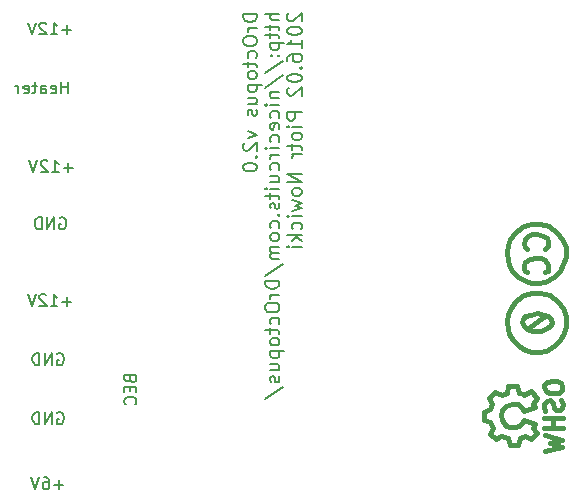
<source format=gbo>
G04 #@! TF.FileFunction,Legend,Bot*
%FSLAX46Y46*%
G04 Gerber Fmt 4.6, Leading zero omitted, Abs format (unit mm)*
G04 Created by KiCad (PCBNEW 4.0.0-rc1-stable) date 2016-02-04 20:32:03*
%MOMM*%
G01*
G04 APERTURE LIST*
%ADD10C,0.100000*%
%ADD11C,0.200000*%
%ADD12C,0.152000*%
%ADD13C,0.381000*%
%ADD14R,2.000000X1.600000*%
%ADD15O,2.000000X1.600000*%
%ADD16R,1.600000X2.000000*%
%ADD17O,1.600000X2.000000*%
%ADD18C,7.700000*%
%ADD19C,0.850000*%
%ADD20R,1.600000X1.600000*%
%ADD21O,1.600000X1.600000*%
%ADD22R,1.500000X1.500000*%
%ADD23O,1.500000X1.500000*%
%ADD24R,2.800000X2.500000*%
%ADD25O,2.800000X2.500000*%
%ADD26C,0.254000*%
G04 APERTURE END LIST*
D10*
D11*
X71687857Y-51720714D02*
X70487857Y-51720714D01*
X70487857Y-52006429D01*
X70545000Y-52177857D01*
X70659286Y-52292143D01*
X70773571Y-52349286D01*
X71002143Y-52406429D01*
X71173571Y-52406429D01*
X71402143Y-52349286D01*
X71516429Y-52292143D01*
X71630714Y-52177857D01*
X71687857Y-52006429D01*
X71687857Y-51720714D01*
X71687857Y-52920714D02*
X70887857Y-52920714D01*
X71116429Y-52920714D02*
X71002143Y-52977857D01*
X70945000Y-53035000D01*
X70887857Y-53149286D01*
X70887857Y-53263571D01*
X70487857Y-53892143D02*
X70487857Y-54120714D01*
X70545000Y-54235000D01*
X70659286Y-54349286D01*
X70887857Y-54406428D01*
X71287857Y-54406428D01*
X71516429Y-54349286D01*
X71630714Y-54235000D01*
X71687857Y-54120714D01*
X71687857Y-53892143D01*
X71630714Y-53777857D01*
X71516429Y-53663571D01*
X71287857Y-53606428D01*
X70887857Y-53606428D01*
X70659286Y-53663571D01*
X70545000Y-53777857D01*
X70487857Y-53892143D01*
X71630714Y-55435000D02*
X71687857Y-55320714D01*
X71687857Y-55092143D01*
X71630714Y-54977857D01*
X71573571Y-54920714D01*
X71459286Y-54863571D01*
X71116429Y-54863571D01*
X71002143Y-54920714D01*
X70945000Y-54977857D01*
X70887857Y-55092143D01*
X70887857Y-55320714D01*
X70945000Y-55435000D01*
X70887857Y-55777857D02*
X70887857Y-56235000D01*
X70487857Y-55949285D02*
X71516429Y-55949285D01*
X71630714Y-56006428D01*
X71687857Y-56120714D01*
X71687857Y-56235000D01*
X71687857Y-56806428D02*
X71630714Y-56692142D01*
X71573571Y-56634999D01*
X71459286Y-56577856D01*
X71116429Y-56577856D01*
X71002143Y-56634999D01*
X70945000Y-56692142D01*
X70887857Y-56806428D01*
X70887857Y-56977856D01*
X70945000Y-57092142D01*
X71002143Y-57149285D01*
X71116429Y-57206428D01*
X71459286Y-57206428D01*
X71573571Y-57149285D01*
X71630714Y-57092142D01*
X71687857Y-56977856D01*
X71687857Y-56806428D01*
X70887857Y-57720713D02*
X72087857Y-57720713D01*
X70945000Y-57720713D02*
X70887857Y-57834999D01*
X70887857Y-58063570D01*
X70945000Y-58177856D01*
X71002143Y-58234999D01*
X71116429Y-58292142D01*
X71459286Y-58292142D01*
X71573571Y-58234999D01*
X71630714Y-58177856D01*
X71687857Y-58063570D01*
X71687857Y-57834999D01*
X71630714Y-57720713D01*
X70887857Y-59320713D02*
X71687857Y-59320713D01*
X70887857Y-58806427D02*
X71516429Y-58806427D01*
X71630714Y-58863570D01*
X71687857Y-58977856D01*
X71687857Y-59149284D01*
X71630714Y-59263570D01*
X71573571Y-59320713D01*
X71630714Y-59834998D02*
X71687857Y-59949284D01*
X71687857Y-60177856D01*
X71630714Y-60292141D01*
X71516429Y-60349284D01*
X71459286Y-60349284D01*
X71345000Y-60292141D01*
X71287857Y-60177856D01*
X71287857Y-60006427D01*
X71230714Y-59892141D01*
X71116429Y-59834998D01*
X71059286Y-59834998D01*
X70945000Y-59892141D01*
X70887857Y-60006427D01*
X70887857Y-60177856D01*
X70945000Y-60292141D01*
X70887857Y-61663571D02*
X71687857Y-61949285D01*
X70887857Y-62234999D01*
X70602143Y-62634999D02*
X70545000Y-62692142D01*
X70487857Y-62806428D01*
X70487857Y-63092142D01*
X70545000Y-63206428D01*
X70602143Y-63263571D01*
X70716429Y-63320714D01*
X70830714Y-63320714D01*
X71002143Y-63263571D01*
X71687857Y-62577857D01*
X71687857Y-63320714D01*
X71573571Y-63834999D02*
X71630714Y-63892142D01*
X71687857Y-63834999D01*
X71630714Y-63777856D01*
X71573571Y-63834999D01*
X71687857Y-63834999D01*
X70487857Y-64635000D02*
X70487857Y-64749285D01*
X70545000Y-64863571D01*
X70602143Y-64920714D01*
X70716429Y-64977857D01*
X70945000Y-65035000D01*
X71230714Y-65035000D01*
X71459286Y-64977857D01*
X71573571Y-64920714D01*
X71630714Y-64863571D01*
X71687857Y-64749285D01*
X71687857Y-64635000D01*
X71630714Y-64520714D01*
X71573571Y-64463571D01*
X71459286Y-64406428D01*
X71230714Y-64349285D01*
X70945000Y-64349285D01*
X70716429Y-64406428D01*
X70602143Y-64463571D01*
X70545000Y-64520714D01*
X70487857Y-64635000D01*
X73567857Y-51720714D02*
X72367857Y-51720714D01*
X73567857Y-52235000D02*
X72939286Y-52235000D01*
X72825000Y-52177857D01*
X72767857Y-52063571D01*
X72767857Y-51892143D01*
X72825000Y-51777857D01*
X72882143Y-51720714D01*
X72767857Y-52635000D02*
X72767857Y-53092143D01*
X72367857Y-52806428D02*
X73396429Y-52806428D01*
X73510714Y-52863571D01*
X73567857Y-52977857D01*
X73567857Y-53092143D01*
X72767857Y-53320714D02*
X72767857Y-53777857D01*
X72367857Y-53492142D02*
X73396429Y-53492142D01*
X73510714Y-53549285D01*
X73567857Y-53663571D01*
X73567857Y-53777857D01*
X72767857Y-54177856D02*
X73967857Y-54177856D01*
X72825000Y-54177856D02*
X72767857Y-54292142D01*
X72767857Y-54520713D01*
X72825000Y-54634999D01*
X72882143Y-54692142D01*
X72996429Y-54749285D01*
X73339286Y-54749285D01*
X73453571Y-54692142D01*
X73510714Y-54634999D01*
X73567857Y-54520713D01*
X73567857Y-54292142D01*
X73510714Y-54177856D01*
X73453571Y-55263570D02*
X73510714Y-55320713D01*
X73567857Y-55263570D01*
X73510714Y-55206427D01*
X73453571Y-55263570D01*
X73567857Y-55263570D01*
X72825000Y-55263570D02*
X72882143Y-55320713D01*
X72939286Y-55263570D01*
X72882143Y-55206427D01*
X72825000Y-55263570D01*
X72939286Y-55263570D01*
X72310714Y-56692142D02*
X73853571Y-55663571D01*
X72310714Y-57949285D02*
X73853571Y-56920714D01*
X72767857Y-58349285D02*
X73567857Y-58349285D01*
X72882143Y-58349285D02*
X72825000Y-58406428D01*
X72767857Y-58520714D01*
X72767857Y-58692142D01*
X72825000Y-58806428D01*
X72939286Y-58863571D01*
X73567857Y-58863571D01*
X73567857Y-59434999D02*
X72767857Y-59434999D01*
X72367857Y-59434999D02*
X72425000Y-59377856D01*
X72482143Y-59434999D01*
X72425000Y-59492142D01*
X72367857Y-59434999D01*
X72482143Y-59434999D01*
X73510714Y-60520714D02*
X73567857Y-60406428D01*
X73567857Y-60177857D01*
X73510714Y-60063571D01*
X73453571Y-60006428D01*
X73339286Y-59949285D01*
X72996429Y-59949285D01*
X72882143Y-60006428D01*
X72825000Y-60063571D01*
X72767857Y-60177857D01*
X72767857Y-60406428D01*
X72825000Y-60520714D01*
X73510714Y-61492142D02*
X73567857Y-61377856D01*
X73567857Y-61149285D01*
X73510714Y-61034999D01*
X73396429Y-60977856D01*
X72939286Y-60977856D01*
X72825000Y-61034999D01*
X72767857Y-61149285D01*
X72767857Y-61377856D01*
X72825000Y-61492142D01*
X72939286Y-61549285D01*
X73053571Y-61549285D01*
X73167857Y-60977856D01*
X73510714Y-62577856D02*
X73567857Y-62463570D01*
X73567857Y-62234999D01*
X73510714Y-62120713D01*
X73453571Y-62063570D01*
X73339286Y-62006427D01*
X72996429Y-62006427D01*
X72882143Y-62063570D01*
X72825000Y-62120713D01*
X72767857Y-62234999D01*
X72767857Y-62463570D01*
X72825000Y-62577856D01*
X73567857Y-63092141D02*
X72767857Y-63092141D01*
X72367857Y-63092141D02*
X72425000Y-63034998D01*
X72482143Y-63092141D01*
X72425000Y-63149284D01*
X72367857Y-63092141D01*
X72482143Y-63092141D01*
X73567857Y-63663570D02*
X72767857Y-63663570D01*
X72996429Y-63663570D02*
X72882143Y-63720713D01*
X72825000Y-63777856D01*
X72767857Y-63892142D01*
X72767857Y-64006427D01*
X73510714Y-64920713D02*
X73567857Y-64806427D01*
X73567857Y-64577856D01*
X73510714Y-64463570D01*
X73453571Y-64406427D01*
X73339286Y-64349284D01*
X72996429Y-64349284D01*
X72882143Y-64406427D01*
X72825000Y-64463570D01*
X72767857Y-64577856D01*
X72767857Y-64806427D01*
X72825000Y-64920713D01*
X72767857Y-65949284D02*
X73567857Y-65949284D01*
X72767857Y-65434998D02*
X73396429Y-65434998D01*
X73510714Y-65492141D01*
X73567857Y-65606427D01*
X73567857Y-65777855D01*
X73510714Y-65892141D01*
X73453571Y-65949284D01*
X73567857Y-66520712D02*
X72767857Y-66520712D01*
X72367857Y-66520712D02*
X72425000Y-66463569D01*
X72482143Y-66520712D01*
X72425000Y-66577855D01*
X72367857Y-66520712D01*
X72482143Y-66520712D01*
X72767857Y-66920713D02*
X72767857Y-67377856D01*
X72367857Y-67092141D02*
X73396429Y-67092141D01*
X73510714Y-67149284D01*
X73567857Y-67263570D01*
X73567857Y-67377856D01*
X73510714Y-67720712D02*
X73567857Y-67834998D01*
X73567857Y-68063570D01*
X73510714Y-68177855D01*
X73396429Y-68234998D01*
X73339286Y-68234998D01*
X73225000Y-68177855D01*
X73167857Y-68063570D01*
X73167857Y-67892141D01*
X73110714Y-67777855D01*
X72996429Y-67720712D01*
X72939286Y-67720712D01*
X72825000Y-67777855D01*
X72767857Y-67892141D01*
X72767857Y-68063570D01*
X72825000Y-68177855D01*
X73453571Y-68749284D02*
X73510714Y-68806427D01*
X73567857Y-68749284D01*
X73510714Y-68692141D01*
X73453571Y-68749284D01*
X73567857Y-68749284D01*
X73510714Y-69834999D02*
X73567857Y-69720713D01*
X73567857Y-69492142D01*
X73510714Y-69377856D01*
X73453571Y-69320713D01*
X73339286Y-69263570D01*
X72996429Y-69263570D01*
X72882143Y-69320713D01*
X72825000Y-69377856D01*
X72767857Y-69492142D01*
X72767857Y-69720713D01*
X72825000Y-69834999D01*
X73567857Y-70520713D02*
X73510714Y-70406427D01*
X73453571Y-70349284D01*
X73339286Y-70292141D01*
X72996429Y-70292141D01*
X72882143Y-70349284D01*
X72825000Y-70406427D01*
X72767857Y-70520713D01*
X72767857Y-70692141D01*
X72825000Y-70806427D01*
X72882143Y-70863570D01*
X72996429Y-70920713D01*
X73339286Y-70920713D01*
X73453571Y-70863570D01*
X73510714Y-70806427D01*
X73567857Y-70692141D01*
X73567857Y-70520713D01*
X73567857Y-71434998D02*
X72767857Y-71434998D01*
X72882143Y-71434998D02*
X72825000Y-71492141D01*
X72767857Y-71606427D01*
X72767857Y-71777855D01*
X72825000Y-71892141D01*
X72939286Y-71949284D01*
X73567857Y-71949284D01*
X72939286Y-71949284D02*
X72825000Y-72006427D01*
X72767857Y-72120713D01*
X72767857Y-72292141D01*
X72825000Y-72406427D01*
X72939286Y-72463570D01*
X73567857Y-72463570D01*
X72310714Y-73892141D02*
X73853571Y-72863570D01*
X73567857Y-74292141D02*
X72367857Y-74292141D01*
X72367857Y-74577856D01*
X72425000Y-74749284D01*
X72539286Y-74863570D01*
X72653571Y-74920713D01*
X72882143Y-74977856D01*
X73053571Y-74977856D01*
X73282143Y-74920713D01*
X73396429Y-74863570D01*
X73510714Y-74749284D01*
X73567857Y-74577856D01*
X73567857Y-74292141D01*
X73567857Y-75492141D02*
X72767857Y-75492141D01*
X72996429Y-75492141D02*
X72882143Y-75549284D01*
X72825000Y-75606427D01*
X72767857Y-75720713D01*
X72767857Y-75834998D01*
X72367857Y-76463570D02*
X72367857Y-76692141D01*
X72425000Y-76806427D01*
X72539286Y-76920713D01*
X72767857Y-76977855D01*
X73167857Y-76977855D01*
X73396429Y-76920713D01*
X73510714Y-76806427D01*
X73567857Y-76692141D01*
X73567857Y-76463570D01*
X73510714Y-76349284D01*
X73396429Y-76234998D01*
X73167857Y-76177855D01*
X72767857Y-76177855D01*
X72539286Y-76234998D01*
X72425000Y-76349284D01*
X72367857Y-76463570D01*
X73510714Y-78006427D02*
X73567857Y-77892141D01*
X73567857Y-77663570D01*
X73510714Y-77549284D01*
X73453571Y-77492141D01*
X73339286Y-77434998D01*
X72996429Y-77434998D01*
X72882143Y-77492141D01*
X72825000Y-77549284D01*
X72767857Y-77663570D01*
X72767857Y-77892141D01*
X72825000Y-78006427D01*
X72767857Y-78349284D02*
X72767857Y-78806427D01*
X72367857Y-78520712D02*
X73396429Y-78520712D01*
X73510714Y-78577855D01*
X73567857Y-78692141D01*
X73567857Y-78806427D01*
X73567857Y-79377855D02*
X73510714Y-79263569D01*
X73453571Y-79206426D01*
X73339286Y-79149283D01*
X72996429Y-79149283D01*
X72882143Y-79206426D01*
X72825000Y-79263569D01*
X72767857Y-79377855D01*
X72767857Y-79549283D01*
X72825000Y-79663569D01*
X72882143Y-79720712D01*
X72996429Y-79777855D01*
X73339286Y-79777855D01*
X73453571Y-79720712D01*
X73510714Y-79663569D01*
X73567857Y-79549283D01*
X73567857Y-79377855D01*
X72767857Y-80292140D02*
X73967857Y-80292140D01*
X72825000Y-80292140D02*
X72767857Y-80406426D01*
X72767857Y-80634997D01*
X72825000Y-80749283D01*
X72882143Y-80806426D01*
X72996429Y-80863569D01*
X73339286Y-80863569D01*
X73453571Y-80806426D01*
X73510714Y-80749283D01*
X73567857Y-80634997D01*
X73567857Y-80406426D01*
X73510714Y-80292140D01*
X72767857Y-81892140D02*
X73567857Y-81892140D01*
X72767857Y-81377854D02*
X73396429Y-81377854D01*
X73510714Y-81434997D01*
X73567857Y-81549283D01*
X73567857Y-81720711D01*
X73510714Y-81834997D01*
X73453571Y-81892140D01*
X73510714Y-82406425D02*
X73567857Y-82520711D01*
X73567857Y-82749283D01*
X73510714Y-82863568D01*
X73396429Y-82920711D01*
X73339286Y-82920711D01*
X73225000Y-82863568D01*
X73167857Y-82749283D01*
X73167857Y-82577854D01*
X73110714Y-82463568D01*
X72996429Y-82406425D01*
X72939286Y-82406425D01*
X72825000Y-82463568D01*
X72767857Y-82577854D01*
X72767857Y-82749283D01*
X72825000Y-82863568D01*
X72310714Y-84292140D02*
X73853571Y-83263569D01*
X74362143Y-51663571D02*
X74305000Y-51720714D01*
X74247857Y-51835000D01*
X74247857Y-52120714D01*
X74305000Y-52235000D01*
X74362143Y-52292143D01*
X74476429Y-52349286D01*
X74590714Y-52349286D01*
X74762143Y-52292143D01*
X75447857Y-51606429D01*
X75447857Y-52349286D01*
X74247857Y-53092143D02*
X74247857Y-53206428D01*
X74305000Y-53320714D01*
X74362143Y-53377857D01*
X74476429Y-53435000D01*
X74705000Y-53492143D01*
X74990714Y-53492143D01*
X75219286Y-53435000D01*
X75333571Y-53377857D01*
X75390714Y-53320714D01*
X75447857Y-53206428D01*
X75447857Y-53092143D01*
X75390714Y-52977857D01*
X75333571Y-52920714D01*
X75219286Y-52863571D01*
X74990714Y-52806428D01*
X74705000Y-52806428D01*
X74476429Y-52863571D01*
X74362143Y-52920714D01*
X74305000Y-52977857D01*
X74247857Y-53092143D01*
X75447857Y-54635000D02*
X75447857Y-53949285D01*
X75447857Y-54292143D02*
X74247857Y-54292143D01*
X74419286Y-54177857D01*
X74533571Y-54063571D01*
X74590714Y-53949285D01*
X74247857Y-55663571D02*
X74247857Y-55435000D01*
X74305000Y-55320714D01*
X74362143Y-55263571D01*
X74533571Y-55149285D01*
X74762143Y-55092142D01*
X75219286Y-55092142D01*
X75333571Y-55149285D01*
X75390714Y-55206428D01*
X75447857Y-55320714D01*
X75447857Y-55549285D01*
X75390714Y-55663571D01*
X75333571Y-55720714D01*
X75219286Y-55777857D01*
X74933571Y-55777857D01*
X74819286Y-55720714D01*
X74762143Y-55663571D01*
X74705000Y-55549285D01*
X74705000Y-55320714D01*
X74762143Y-55206428D01*
X74819286Y-55149285D01*
X74933571Y-55092142D01*
X75333571Y-56292142D02*
X75390714Y-56349285D01*
X75447857Y-56292142D01*
X75390714Y-56234999D01*
X75333571Y-56292142D01*
X75447857Y-56292142D01*
X74247857Y-57092143D02*
X74247857Y-57206428D01*
X74305000Y-57320714D01*
X74362143Y-57377857D01*
X74476429Y-57435000D01*
X74705000Y-57492143D01*
X74990714Y-57492143D01*
X75219286Y-57435000D01*
X75333571Y-57377857D01*
X75390714Y-57320714D01*
X75447857Y-57206428D01*
X75447857Y-57092143D01*
X75390714Y-56977857D01*
X75333571Y-56920714D01*
X75219286Y-56863571D01*
X74990714Y-56806428D01*
X74705000Y-56806428D01*
X74476429Y-56863571D01*
X74362143Y-56920714D01*
X74305000Y-56977857D01*
X74247857Y-57092143D01*
X74362143Y-57949285D02*
X74305000Y-58006428D01*
X74247857Y-58120714D01*
X74247857Y-58406428D01*
X74305000Y-58520714D01*
X74362143Y-58577857D01*
X74476429Y-58635000D01*
X74590714Y-58635000D01*
X74762143Y-58577857D01*
X75447857Y-57892143D01*
X75447857Y-58635000D01*
X75447857Y-60063571D02*
X74247857Y-60063571D01*
X74247857Y-60520714D01*
X74305000Y-60635000D01*
X74362143Y-60692143D01*
X74476429Y-60749286D01*
X74647857Y-60749286D01*
X74762143Y-60692143D01*
X74819286Y-60635000D01*
X74876429Y-60520714D01*
X74876429Y-60063571D01*
X75447857Y-61263571D02*
X74647857Y-61263571D01*
X74247857Y-61263571D02*
X74305000Y-61206428D01*
X74362143Y-61263571D01*
X74305000Y-61320714D01*
X74247857Y-61263571D01*
X74362143Y-61263571D01*
X75447857Y-62006429D02*
X75390714Y-61892143D01*
X75333571Y-61835000D01*
X75219286Y-61777857D01*
X74876429Y-61777857D01*
X74762143Y-61835000D01*
X74705000Y-61892143D01*
X74647857Y-62006429D01*
X74647857Y-62177857D01*
X74705000Y-62292143D01*
X74762143Y-62349286D01*
X74876429Y-62406429D01*
X75219286Y-62406429D01*
X75333571Y-62349286D01*
X75390714Y-62292143D01*
X75447857Y-62177857D01*
X75447857Y-62006429D01*
X74647857Y-62749286D02*
X74647857Y-63206429D01*
X74247857Y-62920714D02*
X75276429Y-62920714D01*
X75390714Y-62977857D01*
X75447857Y-63092143D01*
X75447857Y-63206429D01*
X75447857Y-63606428D02*
X74647857Y-63606428D01*
X74876429Y-63606428D02*
X74762143Y-63663571D01*
X74705000Y-63720714D01*
X74647857Y-63835000D01*
X74647857Y-63949285D01*
X75447857Y-65263571D02*
X74247857Y-65263571D01*
X75447857Y-65949286D01*
X74247857Y-65949286D01*
X75447857Y-66692143D02*
X75390714Y-66577857D01*
X75333571Y-66520714D01*
X75219286Y-66463571D01*
X74876429Y-66463571D01*
X74762143Y-66520714D01*
X74705000Y-66577857D01*
X74647857Y-66692143D01*
X74647857Y-66863571D01*
X74705000Y-66977857D01*
X74762143Y-67035000D01*
X74876429Y-67092143D01*
X75219286Y-67092143D01*
X75333571Y-67035000D01*
X75390714Y-66977857D01*
X75447857Y-66863571D01*
X75447857Y-66692143D01*
X74647857Y-67492143D02*
X75447857Y-67720714D01*
X74876429Y-67949285D01*
X75447857Y-68177857D01*
X74647857Y-68406428D01*
X75447857Y-68863571D02*
X74647857Y-68863571D01*
X74247857Y-68863571D02*
X74305000Y-68806428D01*
X74362143Y-68863571D01*
X74305000Y-68920714D01*
X74247857Y-68863571D01*
X74362143Y-68863571D01*
X75390714Y-69949286D02*
X75447857Y-69835000D01*
X75447857Y-69606429D01*
X75390714Y-69492143D01*
X75333571Y-69435000D01*
X75219286Y-69377857D01*
X74876429Y-69377857D01*
X74762143Y-69435000D01*
X74705000Y-69492143D01*
X74647857Y-69606429D01*
X74647857Y-69835000D01*
X74705000Y-69949286D01*
X75447857Y-70463571D02*
X74247857Y-70463571D01*
X74990714Y-70577857D02*
X75447857Y-70920714D01*
X74647857Y-70920714D02*
X75105000Y-70463571D01*
X75447857Y-71435000D02*
X74647857Y-71435000D01*
X74247857Y-71435000D02*
X74305000Y-71377857D01*
X74362143Y-71435000D01*
X74305000Y-71492143D01*
X74247857Y-71435000D01*
X74362143Y-71435000D01*
D12*
X55285714Y-91571429D02*
X54523809Y-91571429D01*
X54904761Y-91952381D02*
X54904761Y-91190476D01*
X53619047Y-90952381D02*
X53809524Y-90952381D01*
X53904762Y-91000000D01*
X53952381Y-91047619D01*
X54047619Y-91190476D01*
X54095238Y-91380952D01*
X54095238Y-91761905D01*
X54047619Y-91857143D01*
X54000000Y-91904762D01*
X53904762Y-91952381D01*
X53714285Y-91952381D01*
X53619047Y-91904762D01*
X53571428Y-91857143D01*
X53523809Y-91761905D01*
X53523809Y-91523810D01*
X53571428Y-91428571D01*
X53619047Y-91380952D01*
X53714285Y-91333333D01*
X53904762Y-91333333D01*
X54000000Y-91380952D01*
X54047619Y-91428571D01*
X54095238Y-91523810D01*
X53238095Y-90952381D02*
X52904762Y-91952381D01*
X52571428Y-90952381D01*
X55961905Y-76071429D02*
X55200000Y-76071429D01*
X55580952Y-76452381D02*
X55580952Y-75690476D01*
X54200000Y-76452381D02*
X54771429Y-76452381D01*
X54485715Y-76452381D02*
X54485715Y-75452381D01*
X54580953Y-75595238D01*
X54676191Y-75690476D01*
X54771429Y-75738095D01*
X53819048Y-75547619D02*
X53771429Y-75500000D01*
X53676191Y-75452381D01*
X53438095Y-75452381D01*
X53342857Y-75500000D01*
X53295238Y-75547619D01*
X53247619Y-75642857D01*
X53247619Y-75738095D01*
X53295238Y-75880952D01*
X53866667Y-76452381D01*
X53247619Y-76452381D01*
X52961905Y-75452381D02*
X52628572Y-76452381D01*
X52295238Y-75452381D01*
X54761904Y-85500000D02*
X54857142Y-85452381D01*
X54999999Y-85452381D01*
X55142857Y-85500000D01*
X55238095Y-85595238D01*
X55285714Y-85690476D01*
X55333333Y-85880952D01*
X55333333Y-86023810D01*
X55285714Y-86214286D01*
X55238095Y-86309524D01*
X55142857Y-86404762D01*
X54999999Y-86452381D01*
X54904761Y-86452381D01*
X54761904Y-86404762D01*
X54714285Y-86357143D01*
X54714285Y-86023810D01*
X54904761Y-86023810D01*
X54285714Y-86452381D02*
X54285714Y-85452381D01*
X53714285Y-86452381D01*
X53714285Y-85452381D01*
X53238095Y-86452381D02*
X53238095Y-85452381D01*
X53000000Y-85452381D01*
X52857142Y-85500000D01*
X52761904Y-85595238D01*
X52714285Y-85690476D01*
X52666666Y-85880952D01*
X52666666Y-86023810D01*
X52714285Y-86214286D01*
X52761904Y-86309524D01*
X52857142Y-86404762D01*
X53000000Y-86452381D01*
X53238095Y-86452381D01*
X54761904Y-80500000D02*
X54857142Y-80452381D01*
X54999999Y-80452381D01*
X55142857Y-80500000D01*
X55238095Y-80595238D01*
X55285714Y-80690476D01*
X55333333Y-80880952D01*
X55333333Y-81023810D01*
X55285714Y-81214286D01*
X55238095Y-81309524D01*
X55142857Y-81404762D01*
X54999999Y-81452381D01*
X54904761Y-81452381D01*
X54761904Y-81404762D01*
X54714285Y-81357143D01*
X54714285Y-81023810D01*
X54904761Y-81023810D01*
X54285714Y-81452381D02*
X54285714Y-80452381D01*
X53714285Y-81452381D01*
X53714285Y-80452381D01*
X53238095Y-81452381D02*
X53238095Y-80452381D01*
X53000000Y-80452381D01*
X52857142Y-80500000D01*
X52761904Y-80595238D01*
X52714285Y-80690476D01*
X52666666Y-80880952D01*
X52666666Y-81023810D01*
X52714285Y-81214286D01*
X52761904Y-81309524D01*
X52857142Y-81404762D01*
X53000000Y-81452381D01*
X53238095Y-81452381D01*
X55961905Y-53071429D02*
X55200000Y-53071429D01*
X55580952Y-53452381D02*
X55580952Y-52690476D01*
X54200000Y-53452381D02*
X54771429Y-53452381D01*
X54485715Y-53452381D02*
X54485715Y-52452381D01*
X54580953Y-52595238D01*
X54676191Y-52690476D01*
X54771429Y-52738095D01*
X53819048Y-52547619D02*
X53771429Y-52500000D01*
X53676191Y-52452381D01*
X53438095Y-52452381D01*
X53342857Y-52500000D01*
X53295238Y-52547619D01*
X53247619Y-52642857D01*
X53247619Y-52738095D01*
X53295238Y-52880952D01*
X53866667Y-53452381D01*
X53247619Y-53452381D01*
X52961905Y-52452381D02*
X52628572Y-53452381D01*
X52295238Y-52452381D01*
X54961904Y-69000000D02*
X55057142Y-68952381D01*
X55199999Y-68952381D01*
X55342857Y-69000000D01*
X55438095Y-69095238D01*
X55485714Y-69190476D01*
X55533333Y-69380952D01*
X55533333Y-69523810D01*
X55485714Y-69714286D01*
X55438095Y-69809524D01*
X55342857Y-69904762D01*
X55199999Y-69952381D01*
X55104761Y-69952381D01*
X54961904Y-69904762D01*
X54914285Y-69857143D01*
X54914285Y-69523810D01*
X55104761Y-69523810D01*
X54485714Y-69952381D02*
X54485714Y-68952381D01*
X53914285Y-69952381D01*
X53914285Y-68952381D01*
X53438095Y-69952381D02*
X53438095Y-68952381D01*
X53200000Y-68952381D01*
X53057142Y-69000000D01*
X52961904Y-69095238D01*
X52914285Y-69190476D01*
X52866666Y-69380952D01*
X52866666Y-69523810D01*
X52914285Y-69714286D01*
X52961904Y-69809524D01*
X53057142Y-69904762D01*
X53200000Y-69952381D01*
X53438095Y-69952381D01*
D13*
X94550000Y-78380000D02*
X96100000Y-77330000D01*
X94499900Y-73580200D02*
X94400840Y-73481140D01*
X94400840Y-73481140D02*
X94299240Y-73280480D01*
X94299240Y-73280480D02*
X94299240Y-72980760D01*
X94299240Y-72980760D02*
X94400840Y-72681040D01*
X94400840Y-72681040D02*
X94799620Y-72480380D01*
X94799620Y-72480380D02*
X95300000Y-72378780D01*
X95300000Y-72378780D02*
X95698780Y-72378780D01*
X95698780Y-72378780D02*
X96100100Y-72579440D01*
X96100100Y-72579440D02*
X96300760Y-72980760D01*
X96300760Y-72980760D02*
X96300760Y-73178880D01*
X96300760Y-73178880D02*
X96300760Y-73481140D01*
X96300760Y-73481140D02*
X96100100Y-73580200D01*
X94499900Y-71581220D02*
X94400840Y-71479620D01*
X94400840Y-71479620D02*
X94299240Y-71179900D01*
X94299240Y-71179900D02*
X94400840Y-70781120D01*
X94400840Y-70781120D02*
X94598960Y-70478860D01*
X94598960Y-70478860D02*
X95000280Y-70379800D01*
X95000280Y-70379800D02*
X95399060Y-70379800D01*
X95399060Y-70379800D02*
X95899440Y-70478860D01*
X95899440Y-70478860D02*
X96199160Y-70679520D01*
X96199160Y-70679520D02*
X96300760Y-70979240D01*
X96300760Y-70979240D02*
X96300760Y-71380560D01*
X96300760Y-71380560D02*
X96100100Y-71581220D01*
X92800640Y-71980000D02*
X92800640Y-71880940D01*
X92800640Y-71880940D02*
X92899700Y-71278960D01*
X92899700Y-71278960D02*
X93100360Y-70781120D01*
X93100360Y-70781120D02*
X93499140Y-70280740D01*
X93499140Y-70280740D02*
X94101120Y-69780360D01*
X94101120Y-69780360D02*
X94499900Y-69579700D01*
X94499900Y-69579700D02*
X95000280Y-69480640D01*
X95000280Y-69480640D02*
X95599720Y-69480640D01*
X95599720Y-69480640D02*
X96399820Y-69678760D01*
X96399820Y-69678760D02*
X97100860Y-70280740D01*
X97100860Y-70280740D02*
X97499640Y-70781120D01*
X97499640Y-70781120D02*
X97799360Y-71479620D01*
X97799360Y-71479620D02*
X97799360Y-72279720D01*
X97799360Y-72279720D02*
X97601240Y-72879160D01*
X97601240Y-72879160D02*
X97298980Y-73481140D01*
X97298980Y-73481140D02*
X96801140Y-73978980D01*
X96801140Y-73978980D02*
X96100100Y-74380300D01*
X96100100Y-74380300D02*
X95500660Y-74479360D01*
X95500660Y-74479360D02*
X94901220Y-74479360D01*
X94901220Y-74479360D02*
X94299240Y-74281240D01*
X94299240Y-74281240D02*
X93798860Y-73978980D01*
X93798860Y-73978980D02*
X93301020Y-73481140D01*
X93301020Y-73481140D02*
X92998760Y-72980760D01*
X92998760Y-72980760D02*
X92899700Y-72579440D01*
X92899700Y-72579440D02*
X92800640Y-71980000D01*
X94150000Y-77830000D02*
X94250000Y-78130000D01*
X94250000Y-78130000D02*
X94550000Y-78380000D01*
X94550000Y-78380000D02*
X94950000Y-78530000D01*
X94950000Y-78530000D02*
X95400000Y-78530000D01*
X95400000Y-78530000D02*
X95750000Y-78530000D01*
X95750000Y-78530000D02*
X96200000Y-78330000D01*
X96200000Y-78330000D02*
X96450000Y-78180000D01*
X96450000Y-78180000D02*
X96650000Y-77880000D01*
X96650000Y-77880000D02*
X96600000Y-77580000D01*
X96600000Y-77580000D02*
X96350000Y-77330000D01*
X96350000Y-77330000D02*
X95950000Y-77180000D01*
X95950000Y-77180000D02*
X95400000Y-77080000D01*
X95400000Y-77080000D02*
X94900000Y-77180000D01*
X94900000Y-77180000D02*
X94400000Y-77330000D01*
X94400000Y-77330000D02*
X94200000Y-77580000D01*
X94200000Y-77580000D02*
X94150000Y-77830000D01*
X92850640Y-77830000D02*
X92850640Y-77730940D01*
X92850640Y-77730940D02*
X92949700Y-77128960D01*
X92949700Y-77128960D02*
X93150360Y-76631120D01*
X93150360Y-76631120D02*
X93549140Y-76130740D01*
X93549140Y-76130740D02*
X94151120Y-75630360D01*
X94151120Y-75630360D02*
X94549900Y-75429700D01*
X94549900Y-75429700D02*
X95050280Y-75330640D01*
X95050280Y-75330640D02*
X95649720Y-75330640D01*
X95649720Y-75330640D02*
X96449820Y-75528760D01*
X96449820Y-75528760D02*
X97150860Y-76130740D01*
X97150860Y-76130740D02*
X97549640Y-76631120D01*
X97549640Y-76631120D02*
X97849360Y-77329620D01*
X97849360Y-77329620D02*
X97849360Y-78129720D01*
X97849360Y-78129720D02*
X97651240Y-78729160D01*
X97651240Y-78729160D02*
X97348980Y-79331140D01*
X97348980Y-79331140D02*
X96851140Y-79828980D01*
X96851140Y-79828980D02*
X96150100Y-80230300D01*
X96150100Y-80230300D02*
X95550660Y-80329360D01*
X95550660Y-80329360D02*
X94951220Y-80329360D01*
X94951220Y-80329360D02*
X94349240Y-80131240D01*
X94349240Y-80131240D02*
X93848860Y-79828980D01*
X93848860Y-79828980D02*
X93351020Y-79331140D01*
X93351020Y-79331140D02*
X93048760Y-78830760D01*
X93048760Y-78830760D02*
X92949700Y-78429440D01*
X92949700Y-78429440D02*
X92850640Y-77830000D01*
X96034860Y-87393780D02*
X97505520Y-87754460D01*
X97505520Y-87754460D02*
X96443800Y-88033860D01*
X96443800Y-88033860D02*
X97515680Y-88343740D01*
X97515680Y-88343740D02*
X96065340Y-88684100D01*
X96725740Y-85973920D02*
X96715580Y-86763860D01*
X96715580Y-86763860D02*
X96725740Y-86774020D01*
X96725740Y-86774020D02*
X96715580Y-86774020D01*
X96004380Y-86814660D02*
X97546160Y-86814660D01*
X95994220Y-85925660D02*
X97563940Y-85925660D01*
X97563940Y-85925660D02*
X97553780Y-85935820D01*
X96095820Y-85374480D02*
X96014540Y-85023960D01*
X96014540Y-85023960D02*
X96004380Y-84703920D01*
X96004380Y-84703920D02*
X96205040Y-84465160D01*
X96205040Y-84465160D02*
X96474280Y-84434680D01*
X96474280Y-84434680D02*
X96715580Y-84675980D01*
X96715580Y-84675980D02*
X96845120Y-85064600D01*
X96845120Y-85064600D02*
X97005140Y-85244940D01*
X97005140Y-85244940D02*
X97304860Y-85285580D01*
X97304860Y-85285580D02*
X97525840Y-85054440D01*
X97525840Y-85054440D02*
X97553780Y-84734400D01*
X97553780Y-84734400D02*
X97444560Y-84383880D01*
X95994220Y-83345020D02*
X96014540Y-83096100D01*
X96014540Y-83096100D02*
X96255840Y-82854800D01*
X96255840Y-82854800D02*
X96746060Y-82765900D01*
X96746060Y-82765900D02*
X97094040Y-82793840D01*
X97094040Y-82793840D02*
X97414080Y-82994500D01*
X97414080Y-82994500D02*
X97536000Y-83245960D01*
X97536000Y-83245960D02*
X97464880Y-83555840D01*
X97464880Y-83555840D02*
X97284540Y-83774280D01*
X97284540Y-83774280D02*
X96824800Y-83845400D01*
X96824800Y-83845400D02*
X96415860Y-83794600D01*
X96415860Y-83794600D02*
X96133920Y-83685380D01*
X96133920Y-83685380D02*
X96004380Y-83324700D01*
X94274640Y-83944460D02*
X94835980Y-83685380D01*
X94835980Y-83685380D02*
X95354140Y-84223860D01*
X95354140Y-84223860D02*
X95084900Y-84744560D01*
X95084900Y-84744560D02*
X95244920Y-85023960D01*
X95224600Y-86464140D02*
X95034100Y-86794340D01*
X95034100Y-86794340D02*
X95364300Y-87233760D01*
X95364300Y-87233760D02*
X94874080Y-87706200D01*
X94874080Y-87706200D02*
X94394020Y-87424260D01*
X94394020Y-87424260D02*
X93924120Y-87614760D01*
X93924120Y-87614760D02*
X93736160Y-88224360D01*
X93736160Y-88224360D02*
X93055440Y-88224360D01*
X93055440Y-88224360D02*
X92915740Y-87665560D01*
X92915740Y-87665560D02*
X92344240Y-87464900D01*
X92344240Y-87464900D02*
X91874340Y-87734140D01*
X91874340Y-87734140D02*
X91363800Y-87264240D01*
X91363800Y-87264240D02*
X91625420Y-86746080D01*
X91625420Y-86746080D02*
X91424760Y-86276180D01*
X91424760Y-86276180D02*
X90883740Y-86106000D01*
X90883740Y-86106000D02*
X90865960Y-85415120D01*
X90865960Y-85415120D02*
X91414600Y-85204300D01*
X91414600Y-85204300D02*
X91584780Y-84785200D01*
X91584780Y-84785200D02*
X91315540Y-84234020D01*
X91315540Y-84234020D02*
X91843860Y-83715860D01*
X91843860Y-83715860D02*
X92384880Y-83964780D01*
X92384880Y-83964780D02*
X92864940Y-83794600D01*
X92864940Y-83794600D02*
X92964000Y-83245960D01*
X92964000Y-83245960D02*
X93665040Y-83235800D01*
X93665040Y-83235800D02*
X93865700Y-83794600D01*
X93865700Y-83794600D02*
X94264480Y-83934300D01*
X94244160Y-86075520D02*
X94094300Y-86375240D01*
X94094300Y-86375240D02*
X93896180Y-86575900D01*
X93896180Y-86575900D02*
X93494860Y-86725760D01*
X93494860Y-86725760D02*
X93096080Y-86725760D01*
X93096080Y-86725760D02*
X92745560Y-86575900D01*
X92745560Y-86575900D02*
X92395040Y-86123780D01*
X92395040Y-86123780D02*
X92344240Y-85674200D01*
X92344240Y-85674200D02*
X92445840Y-85275420D01*
X92445840Y-85275420D02*
X92793820Y-84874100D01*
X92793820Y-84874100D02*
X93245940Y-84724240D01*
X93245940Y-84724240D02*
X93743780Y-84775040D01*
X93743780Y-84775040D02*
X94046040Y-85023960D01*
X94046040Y-85023960D02*
X94244160Y-85374480D01*
X94244160Y-85374480D02*
X95244920Y-85023960D01*
X94244160Y-86075520D02*
X95244920Y-86474300D01*
D12*
X56061905Y-64721429D02*
X55300000Y-64721429D01*
X55680952Y-65102381D02*
X55680952Y-64340476D01*
X54300000Y-65102381D02*
X54871429Y-65102381D01*
X54585715Y-65102381D02*
X54585715Y-64102381D01*
X54680953Y-64245238D01*
X54776191Y-64340476D01*
X54871429Y-64388095D01*
X53919048Y-64197619D02*
X53871429Y-64150000D01*
X53776191Y-64102381D01*
X53538095Y-64102381D01*
X53442857Y-64150000D01*
X53395238Y-64197619D01*
X53347619Y-64292857D01*
X53347619Y-64388095D01*
X53395238Y-64530952D01*
X53966667Y-65102381D01*
X53347619Y-65102381D01*
X53061905Y-64102381D02*
X52728572Y-65102381D01*
X52395238Y-64102381D01*
X60928571Y-82619048D02*
X60976190Y-82761905D01*
X61023810Y-82809524D01*
X61119048Y-82857143D01*
X61261905Y-82857143D01*
X61357143Y-82809524D01*
X61404762Y-82761905D01*
X61452381Y-82666667D01*
X61452381Y-82285714D01*
X60452381Y-82285714D01*
X60452381Y-82619048D01*
X60500000Y-82714286D01*
X60547619Y-82761905D01*
X60642857Y-82809524D01*
X60738095Y-82809524D01*
X60833333Y-82761905D01*
X60880952Y-82714286D01*
X60928571Y-82619048D01*
X60928571Y-82285714D01*
X60928571Y-83285714D02*
X60928571Y-83619048D01*
X61452381Y-83761905D02*
X61452381Y-83285714D01*
X60452381Y-83285714D01*
X60452381Y-83761905D01*
X61357143Y-84761905D02*
X61404762Y-84714286D01*
X61452381Y-84571429D01*
X61452381Y-84476191D01*
X61404762Y-84333333D01*
X61309524Y-84238095D01*
X61214286Y-84190476D01*
X61023810Y-84142857D01*
X60880952Y-84142857D01*
X60690476Y-84190476D01*
X60595238Y-84238095D01*
X60500000Y-84333333D01*
X60452381Y-84476191D01*
X60452381Y-84571429D01*
X60500000Y-84714286D01*
X60547619Y-84761905D01*
X55690477Y-58452381D02*
X55690477Y-57452381D01*
X55690477Y-57928571D02*
X55119048Y-57928571D01*
X55119048Y-58452381D02*
X55119048Y-57452381D01*
X54261905Y-58404762D02*
X54357143Y-58452381D01*
X54547620Y-58452381D01*
X54642858Y-58404762D01*
X54690477Y-58309524D01*
X54690477Y-57928571D01*
X54642858Y-57833333D01*
X54547620Y-57785714D01*
X54357143Y-57785714D01*
X54261905Y-57833333D01*
X54214286Y-57928571D01*
X54214286Y-58023810D01*
X54690477Y-58119048D01*
X53357143Y-58452381D02*
X53357143Y-57928571D01*
X53404762Y-57833333D01*
X53500000Y-57785714D01*
X53690477Y-57785714D01*
X53785715Y-57833333D01*
X53357143Y-58404762D02*
X53452381Y-58452381D01*
X53690477Y-58452381D01*
X53785715Y-58404762D01*
X53833334Y-58309524D01*
X53833334Y-58214286D01*
X53785715Y-58119048D01*
X53690477Y-58071429D01*
X53452381Y-58071429D01*
X53357143Y-58023810D01*
X53023810Y-57785714D02*
X52642858Y-57785714D01*
X52880953Y-57452381D02*
X52880953Y-58309524D01*
X52833334Y-58404762D01*
X52738096Y-58452381D01*
X52642858Y-58452381D01*
X51928571Y-58404762D02*
X52023809Y-58452381D01*
X52214286Y-58452381D01*
X52309524Y-58404762D01*
X52357143Y-58309524D01*
X52357143Y-57928571D01*
X52309524Y-57833333D01*
X52214286Y-57785714D01*
X52023809Y-57785714D01*
X51928571Y-57833333D01*
X51880952Y-57928571D01*
X51880952Y-58023810D01*
X52357143Y-58119048D01*
X51452381Y-58452381D02*
X51452381Y-57785714D01*
X51452381Y-57976190D02*
X51404762Y-57880952D01*
X51357143Y-57833333D01*
X51261905Y-57785714D01*
X51166666Y-57785714D01*
%LPC*%
D14*
X70729000Y-95064000D03*
D15*
X70729000Y-97604000D03*
D14*
X70729000Y-84396000D03*
D15*
X70729000Y-86936000D03*
D14*
X89271000Y-95064000D03*
D15*
X89271000Y-97604000D03*
D14*
X89271000Y-84396000D03*
D15*
X89271000Y-86936000D03*
D16*
X57040000Y-95730000D03*
D17*
X57040000Y-98270000D03*
X54500000Y-95730000D03*
X54500000Y-98270000D03*
X51960000Y-95730000D03*
X51960000Y-98270000D03*
D18*
X64000000Y-96000000D03*
D19*
X66675000Y-96000000D03*
X65892000Y-94108000D03*
X64000000Y-93325000D03*
X62108000Y-94108000D03*
X61325000Y-96000000D03*
X62108000Y-97892000D03*
X64000000Y-98675000D03*
X65892000Y-97892000D03*
D18*
X64000000Y-54000000D03*
D19*
X66675000Y-54000000D03*
X65892000Y-52108000D03*
X64000000Y-51325000D03*
X62108000Y-52108000D03*
X61325000Y-54000000D03*
X62108000Y-55892000D03*
X64000000Y-56675000D03*
X65892000Y-55892000D03*
D18*
X96000000Y-96000000D03*
D19*
X98675000Y-96000000D03*
X97892000Y-94108000D03*
X96000000Y-93325000D03*
X94108000Y-94108000D03*
X93325000Y-96000000D03*
X94108000Y-97892000D03*
X96000000Y-98675000D03*
X97892000Y-97892000D03*
D18*
X96000000Y-54000000D03*
D19*
X98675000Y-54000000D03*
X97892000Y-52108000D03*
X96000000Y-51325000D03*
X94108000Y-52108000D03*
X93325000Y-54000000D03*
X94108000Y-55892000D03*
X96000000Y-56675000D03*
X97892000Y-55892000D03*
D20*
X62250000Y-91000000D03*
D21*
X65750000Y-91000000D03*
D20*
X70000000Y-75700000D03*
D21*
X70000000Y-79200000D03*
D22*
X94000000Y-90500000D03*
D23*
X96500000Y-90500000D03*
D14*
X61230000Y-67230000D03*
D15*
X63770000Y-67230000D03*
X61230000Y-69770000D03*
X63770000Y-69770000D03*
D14*
X94980000Y-59690000D03*
D15*
X97520000Y-59690000D03*
X94980000Y-62230000D03*
X97520000Y-62230000D03*
X94980000Y-64770000D03*
X97520000Y-64770000D03*
X94980000Y-67310000D03*
X97520000Y-67310000D03*
D24*
X58000000Y-64500000D03*
D25*
X58000000Y-69580000D03*
D24*
X58000000Y-76000000D03*
D25*
X58000000Y-81080000D03*
X58000000Y-86160000D03*
X58000000Y-91240000D03*
D24*
X58000000Y-52920000D03*
D25*
X58000000Y-58000000D03*
D26*
G36*
X99873000Y-99873000D02*
X58377000Y-99873000D01*
X58377000Y-98627000D01*
X60150000Y-98627000D01*
X60199410Y-98616994D01*
X60241035Y-98588553D01*
X60268315Y-98546159D01*
X60277000Y-98500000D01*
X60277000Y-96127000D01*
X67723000Y-96127000D01*
X67723000Y-98650000D01*
X67733006Y-98699410D01*
X67761447Y-98741035D01*
X67803841Y-98768315D01*
X67850000Y-98777000D01*
X92150000Y-98777000D01*
X92199410Y-98766994D01*
X92241035Y-98738553D01*
X92268315Y-98696159D01*
X92277000Y-98650000D01*
X92277000Y-96052606D01*
X96052606Y-92277000D01*
X98500000Y-92277000D01*
X98549410Y-92266994D01*
X98591035Y-92238553D01*
X98618315Y-92196159D01*
X98627000Y-92150000D01*
X98627000Y-68427000D01*
X98950000Y-68427000D01*
X98999410Y-68416994D01*
X99041035Y-68388553D01*
X99068315Y-68346159D01*
X99077000Y-68300000D01*
X99077000Y-57877675D01*
X99066994Y-57828265D01*
X99038553Y-57786640D01*
X98996159Y-57759360D01*
X98950000Y-57750675D01*
X96127000Y-57750675D01*
X96127000Y-50277000D01*
X99873000Y-50277000D01*
X99873000Y-99873000D01*
X99873000Y-99873000D01*
G37*
X99873000Y-99873000D02*
X58377000Y-99873000D01*
X58377000Y-98627000D01*
X60150000Y-98627000D01*
X60199410Y-98616994D01*
X60241035Y-98588553D01*
X60268315Y-98546159D01*
X60277000Y-98500000D01*
X60277000Y-96127000D01*
X67723000Y-96127000D01*
X67723000Y-98650000D01*
X67733006Y-98699410D01*
X67761447Y-98741035D01*
X67803841Y-98768315D01*
X67850000Y-98777000D01*
X92150000Y-98777000D01*
X92199410Y-98766994D01*
X92241035Y-98738553D01*
X92268315Y-98696159D01*
X92277000Y-98650000D01*
X92277000Y-96052606D01*
X96052606Y-92277000D01*
X98500000Y-92277000D01*
X98549410Y-92266994D01*
X98591035Y-92238553D01*
X98618315Y-92196159D01*
X98627000Y-92150000D01*
X98627000Y-68427000D01*
X98950000Y-68427000D01*
X98999410Y-68416994D01*
X99041035Y-68388553D01*
X99068315Y-68346159D01*
X99077000Y-68300000D01*
X99077000Y-57877675D01*
X99066994Y-57828265D01*
X99038553Y-57786640D01*
X98996159Y-57759360D01*
X98950000Y-57750675D01*
X96127000Y-57750675D01*
X96127000Y-50277000D01*
X99873000Y-50277000D01*
X99873000Y-99873000D01*
G36*
X67723000Y-53873000D02*
X60277000Y-53873000D01*
X60277000Y-50127000D01*
X67723000Y-50127000D01*
X67723000Y-53873000D01*
X67723000Y-53873000D01*
G37*
X67723000Y-53873000D02*
X60277000Y-53873000D01*
X60277000Y-50127000D01*
X67723000Y-50127000D01*
X67723000Y-53873000D01*
M02*

</source>
